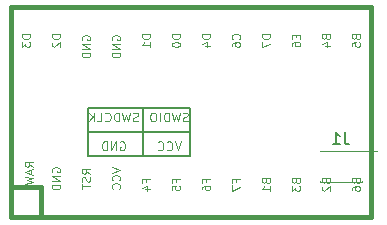
<source format=gbr>
G04 #@! TF.GenerationSoftware,KiCad,Pcbnew,(5.0.0)*
G04 #@! TF.CreationDate,2019-04-09T17:12:50-06:00*
G04 #@! TF.ProjectId,NRF52832 Base,4E5246353238333220426173652E6B69,rev?*
G04 #@! TF.SameCoordinates,Original*
G04 #@! TF.FileFunction,Legend,Bot*
G04 #@! TF.FilePolarity,Positive*
%FSLAX46Y46*%
G04 Gerber Fmt 4.6, Leading zero omitted, Abs format (unit mm)*
G04 Created by KiCad (PCBNEW (5.0.0)) date 04/09/19 17:12:50*
%MOMM*%
%LPD*%
G01*
G04 APERTURE LIST*
%ADD10C,0.200000*%
%ADD11C,0.100000*%
%ADD12C,0.381000*%
%ADD13C,0.120000*%
%ADD14C,0.150000*%
G04 APERTURE END LIST*
D10*
X118237000Y-91186000D02*
X126873000Y-91186000D01*
X126873000Y-93218000D02*
X122301000Y-93218000D01*
X126873000Y-89154000D02*
X126873000Y-93218000D01*
X118237000Y-89154000D02*
X126873000Y-89154000D01*
X118237000Y-93218000D02*
X118237000Y-89154000D01*
X122301000Y-93218000D02*
X118237000Y-93218000D01*
X122936000Y-89154000D02*
X122936000Y-93218000D01*
D11*
X126684285Y-90264571D02*
X126577142Y-90300285D01*
X126398571Y-90300285D01*
X126327142Y-90264571D01*
X126291428Y-90228857D01*
X126255714Y-90157428D01*
X126255714Y-90086000D01*
X126291428Y-90014571D01*
X126327142Y-89978857D01*
X126398571Y-89943142D01*
X126541428Y-89907428D01*
X126612857Y-89871714D01*
X126648571Y-89836000D01*
X126684285Y-89764571D01*
X126684285Y-89693142D01*
X126648571Y-89621714D01*
X126612857Y-89586000D01*
X126541428Y-89550285D01*
X126362857Y-89550285D01*
X126255714Y-89586000D01*
X126005714Y-89550285D02*
X125827142Y-90300285D01*
X125684285Y-89764571D01*
X125541428Y-90300285D01*
X125362857Y-89550285D01*
X125077142Y-90300285D02*
X125077142Y-89550285D01*
X124898571Y-89550285D01*
X124791428Y-89586000D01*
X124720000Y-89657428D01*
X124684285Y-89728857D01*
X124648571Y-89871714D01*
X124648571Y-89978857D01*
X124684285Y-90121714D01*
X124720000Y-90193142D01*
X124791428Y-90264571D01*
X124898571Y-90300285D01*
X125077142Y-90300285D01*
X124327142Y-90300285D02*
X124327142Y-89550285D01*
X123827142Y-89550285D02*
X123684285Y-89550285D01*
X123612857Y-89586000D01*
X123541428Y-89657428D01*
X123505714Y-89800285D01*
X123505714Y-90050285D01*
X123541428Y-90193142D01*
X123612857Y-90264571D01*
X123684285Y-90300285D01*
X123827142Y-90300285D01*
X123898571Y-90264571D01*
X123970000Y-90193142D01*
X124005714Y-90050285D01*
X124005714Y-89800285D01*
X123970000Y-89657428D01*
X123898571Y-89586000D01*
X123827142Y-89550285D01*
X126095000Y-92000285D02*
X125845000Y-92750285D01*
X125595000Y-92000285D01*
X124916428Y-92678857D02*
X124952142Y-92714571D01*
X125059285Y-92750285D01*
X125130714Y-92750285D01*
X125237857Y-92714571D01*
X125309285Y-92643142D01*
X125345000Y-92571714D01*
X125380714Y-92428857D01*
X125380714Y-92321714D01*
X125345000Y-92178857D01*
X125309285Y-92107428D01*
X125237857Y-92036000D01*
X125130714Y-92000285D01*
X125059285Y-92000285D01*
X124952142Y-92036000D01*
X124916428Y-92071714D01*
X124166428Y-92678857D02*
X124202142Y-92714571D01*
X124309285Y-92750285D01*
X124380714Y-92750285D01*
X124487857Y-92714571D01*
X124559285Y-92643142D01*
X124595000Y-92571714D01*
X124630714Y-92428857D01*
X124630714Y-92321714D01*
X124595000Y-92178857D01*
X124559285Y-92107428D01*
X124487857Y-92036000D01*
X124380714Y-92000285D01*
X124309285Y-92000285D01*
X124202142Y-92036000D01*
X124166428Y-92071714D01*
X122467428Y-90264571D02*
X122360285Y-90300285D01*
X122181714Y-90300285D01*
X122110285Y-90264571D01*
X122074571Y-90228857D01*
X122038857Y-90157428D01*
X122038857Y-90086000D01*
X122074571Y-90014571D01*
X122110285Y-89978857D01*
X122181714Y-89943142D01*
X122324571Y-89907428D01*
X122396000Y-89871714D01*
X122431714Y-89836000D01*
X122467428Y-89764571D01*
X122467428Y-89693142D01*
X122431714Y-89621714D01*
X122396000Y-89586000D01*
X122324571Y-89550285D01*
X122146000Y-89550285D01*
X122038857Y-89586000D01*
X121788857Y-89550285D02*
X121610285Y-90300285D01*
X121467428Y-89764571D01*
X121324571Y-90300285D01*
X121146000Y-89550285D01*
X120860285Y-90300285D02*
X120860285Y-89550285D01*
X120681714Y-89550285D01*
X120574571Y-89586000D01*
X120503142Y-89657428D01*
X120467428Y-89728857D01*
X120431714Y-89871714D01*
X120431714Y-89978857D01*
X120467428Y-90121714D01*
X120503142Y-90193142D01*
X120574571Y-90264571D01*
X120681714Y-90300285D01*
X120860285Y-90300285D01*
X119681714Y-90228857D02*
X119717428Y-90264571D01*
X119824571Y-90300285D01*
X119896000Y-90300285D01*
X120003142Y-90264571D01*
X120074571Y-90193142D01*
X120110285Y-90121714D01*
X120146000Y-89978857D01*
X120146000Y-89871714D01*
X120110285Y-89728857D01*
X120074571Y-89657428D01*
X120003142Y-89586000D01*
X119896000Y-89550285D01*
X119824571Y-89550285D01*
X119717428Y-89586000D01*
X119681714Y-89621714D01*
X119003142Y-90300285D02*
X119360285Y-90300285D01*
X119360285Y-89550285D01*
X118753142Y-90300285D02*
X118753142Y-89550285D01*
X118324571Y-90300285D02*
X118646000Y-89871714D01*
X118324571Y-89550285D02*
X118753142Y-89978857D01*
X120967428Y-92036000D02*
X121038857Y-92000285D01*
X121146000Y-92000285D01*
X121253142Y-92036000D01*
X121324571Y-92107428D01*
X121360285Y-92178857D01*
X121396000Y-92321714D01*
X121396000Y-92428857D01*
X121360285Y-92571714D01*
X121324571Y-92643142D01*
X121253142Y-92714571D01*
X121146000Y-92750285D01*
X121074571Y-92750285D01*
X120967428Y-92714571D01*
X120931714Y-92678857D01*
X120931714Y-92428857D01*
X121074571Y-92428857D01*
X120610285Y-92750285D02*
X120610285Y-92000285D01*
X120181714Y-92750285D01*
X120181714Y-92000285D01*
X119824571Y-92750285D02*
X119824571Y-92000285D01*
X119646000Y-92000285D01*
X119538857Y-92036000D01*
X119467428Y-92107428D01*
X119431714Y-92178857D01*
X119396000Y-92321714D01*
X119396000Y-92428857D01*
X119431714Y-92571714D01*
X119467428Y-92643142D01*
X119538857Y-92714571D01*
X119646000Y-92750285D01*
X119824571Y-92750285D01*
D12*
G04 #@! TO.C,U2*
X114300000Y-95885000D02*
X114300000Y-98425000D01*
X111760000Y-95885000D02*
X114300000Y-95885000D01*
X142240000Y-80645000D02*
X111760000Y-80645000D01*
X142240000Y-98425000D02*
X142240000Y-80645000D01*
X111760000Y-98425000D02*
X142240000Y-98425000D01*
X111760000Y-80645000D02*
X111760000Y-98425000D01*
D13*
G04 #@! TO.C,J1*
X141401500Y-92777000D02*
X137871500Y-92777000D01*
X141401500Y-95437000D02*
X137871500Y-95437000D01*
X142726500Y-92842000D02*
X141401500Y-92842000D01*
X141401500Y-92777000D02*
X141401500Y-92842000D01*
X137871500Y-92777000D02*
X137871500Y-92842000D01*
X141401500Y-95372000D02*
X141401500Y-95437000D01*
X137871500Y-95372000D02*
X137871500Y-95437000D01*
G04 #@! TO.C,U2*
D11*
X113600666Y-94131666D02*
X113267333Y-93898333D01*
X113600666Y-93731666D02*
X112900666Y-93731666D01*
X112900666Y-93998333D01*
X112934000Y-94065000D01*
X112967333Y-94098333D01*
X113034000Y-94131666D01*
X113134000Y-94131666D01*
X113200666Y-94098333D01*
X113234000Y-94065000D01*
X113267333Y-93998333D01*
X113267333Y-93731666D01*
X113400666Y-94398333D02*
X113400666Y-94731666D01*
X113600666Y-94331666D02*
X112900666Y-94565000D01*
X113600666Y-94798333D01*
X112900666Y-94965000D02*
X113600666Y-95131666D01*
X113100666Y-95265000D01*
X113600666Y-95398333D01*
X112900666Y-95565000D01*
X115220000Y-94589666D02*
X115186666Y-94523000D01*
X115186666Y-94423000D01*
X115220000Y-94323000D01*
X115286666Y-94256333D01*
X115353333Y-94223000D01*
X115486666Y-94189666D01*
X115586666Y-94189666D01*
X115720000Y-94223000D01*
X115786666Y-94256333D01*
X115853333Y-94323000D01*
X115886666Y-94423000D01*
X115886666Y-94489666D01*
X115853333Y-94589666D01*
X115820000Y-94623000D01*
X115586666Y-94623000D01*
X115586666Y-94489666D01*
X115886666Y-94923000D02*
X115186666Y-94923000D01*
X115886666Y-95323000D01*
X115186666Y-95323000D01*
X115886666Y-95656333D02*
X115186666Y-95656333D01*
X115186666Y-95823000D01*
X115220000Y-95923000D01*
X115286666Y-95989666D01*
X115353333Y-96023000D01*
X115486666Y-96056333D01*
X115586666Y-96056333D01*
X115720000Y-96023000D01*
X115786666Y-95989666D01*
X115853333Y-95923000D01*
X115886666Y-95823000D01*
X115886666Y-95656333D01*
X118426666Y-94739666D02*
X118093333Y-94506333D01*
X118426666Y-94339666D02*
X117726666Y-94339666D01*
X117726666Y-94606333D01*
X117760000Y-94673000D01*
X117793333Y-94706333D01*
X117860000Y-94739666D01*
X117960000Y-94739666D01*
X118026666Y-94706333D01*
X118060000Y-94673000D01*
X118093333Y-94606333D01*
X118093333Y-94339666D01*
X118393333Y-95006333D02*
X118426666Y-95106333D01*
X118426666Y-95273000D01*
X118393333Y-95339666D01*
X118360000Y-95373000D01*
X118293333Y-95406333D01*
X118226666Y-95406333D01*
X118160000Y-95373000D01*
X118126666Y-95339666D01*
X118093333Y-95273000D01*
X118060000Y-95139666D01*
X118026666Y-95073000D01*
X117993333Y-95039666D01*
X117926666Y-95006333D01*
X117860000Y-95006333D01*
X117793333Y-95039666D01*
X117760000Y-95073000D01*
X117726666Y-95139666D01*
X117726666Y-95306333D01*
X117760000Y-95406333D01*
X117726666Y-95606333D02*
X117726666Y-96006333D01*
X118426666Y-95806333D02*
X117726666Y-95806333D01*
X120266666Y-94189666D02*
X120966666Y-94423000D01*
X120266666Y-94656333D01*
X120900000Y-95289666D02*
X120933333Y-95256333D01*
X120966666Y-95156333D01*
X120966666Y-95089666D01*
X120933333Y-94989666D01*
X120866666Y-94923000D01*
X120800000Y-94889666D01*
X120666666Y-94856333D01*
X120566666Y-94856333D01*
X120433333Y-94889666D01*
X120366666Y-94923000D01*
X120300000Y-94989666D01*
X120266666Y-95089666D01*
X120266666Y-95156333D01*
X120300000Y-95256333D01*
X120333333Y-95289666D01*
X120900000Y-95989666D02*
X120933333Y-95956333D01*
X120966666Y-95856333D01*
X120966666Y-95789666D01*
X120933333Y-95689666D01*
X120866666Y-95623000D01*
X120800000Y-95589666D01*
X120666666Y-95556333D01*
X120566666Y-95556333D01*
X120433333Y-95589666D01*
X120366666Y-95623000D01*
X120300000Y-95689666D01*
X120266666Y-95789666D01*
X120266666Y-95856333D01*
X120300000Y-95956333D01*
X120333333Y-95989666D01*
X123140000Y-95397666D02*
X123140000Y-95164333D01*
X123506666Y-95164333D02*
X122806666Y-95164333D01*
X122806666Y-95497666D01*
X123040000Y-96064333D02*
X123506666Y-96064333D01*
X122773333Y-95897666D02*
X123273333Y-95731000D01*
X123273333Y-96164333D01*
X125680000Y-95397666D02*
X125680000Y-95164333D01*
X126046666Y-95164333D02*
X125346666Y-95164333D01*
X125346666Y-95497666D01*
X125346666Y-96097666D02*
X125346666Y-95764333D01*
X125680000Y-95731000D01*
X125646666Y-95764333D01*
X125613333Y-95831000D01*
X125613333Y-95997666D01*
X125646666Y-96064333D01*
X125680000Y-96097666D01*
X125746666Y-96131000D01*
X125913333Y-96131000D01*
X125980000Y-96097666D01*
X126013333Y-96064333D01*
X126046666Y-95997666D01*
X126046666Y-95831000D01*
X126013333Y-95764333D01*
X125980000Y-95731000D01*
X130760000Y-95397666D02*
X130760000Y-95164333D01*
X131126666Y-95164333D02*
X130426666Y-95164333D01*
X130426666Y-95497666D01*
X130426666Y-95697666D02*
X130426666Y-96164333D01*
X131126666Y-95864333D01*
X128220000Y-95397666D02*
X128220000Y-95164333D01*
X128586666Y-95164333D02*
X127886666Y-95164333D01*
X127886666Y-95497666D01*
X127886666Y-96064333D02*
X127886666Y-95931000D01*
X127920000Y-95864333D01*
X127953333Y-95831000D01*
X128053333Y-95764333D01*
X128186666Y-95731000D01*
X128453333Y-95731000D01*
X128520000Y-95764333D01*
X128553333Y-95797666D01*
X128586666Y-95864333D01*
X128586666Y-95997666D01*
X128553333Y-96064333D01*
X128520000Y-96097666D01*
X128453333Y-96131000D01*
X128286666Y-96131000D01*
X128220000Y-96097666D01*
X128186666Y-96064333D01*
X128153333Y-95997666D01*
X128153333Y-95864333D01*
X128186666Y-95797666D01*
X128220000Y-95764333D01*
X128286666Y-95731000D01*
X133300000Y-95347666D02*
X133333333Y-95447666D01*
X133366666Y-95481000D01*
X133433333Y-95514333D01*
X133533333Y-95514333D01*
X133600000Y-95481000D01*
X133633333Y-95447666D01*
X133666666Y-95381000D01*
X133666666Y-95114333D01*
X132966666Y-95114333D01*
X132966666Y-95347666D01*
X133000000Y-95414333D01*
X133033333Y-95447666D01*
X133100000Y-95481000D01*
X133166666Y-95481000D01*
X133233333Y-95447666D01*
X133266666Y-95414333D01*
X133300000Y-95347666D01*
X133300000Y-95114333D01*
X133666666Y-96181000D02*
X133666666Y-95781000D01*
X133666666Y-95981000D02*
X132966666Y-95981000D01*
X133066666Y-95914333D01*
X133133333Y-95847666D01*
X133166666Y-95781000D01*
X135840000Y-95347666D02*
X135873333Y-95447666D01*
X135906666Y-95481000D01*
X135973333Y-95514333D01*
X136073333Y-95514333D01*
X136140000Y-95481000D01*
X136173333Y-95447666D01*
X136206666Y-95381000D01*
X136206666Y-95114333D01*
X135506666Y-95114333D01*
X135506666Y-95347666D01*
X135540000Y-95414333D01*
X135573333Y-95447666D01*
X135640000Y-95481000D01*
X135706666Y-95481000D01*
X135773333Y-95447666D01*
X135806666Y-95414333D01*
X135840000Y-95347666D01*
X135840000Y-95114333D01*
X135506666Y-95747666D02*
X135506666Y-96181000D01*
X135773333Y-95947666D01*
X135773333Y-96047666D01*
X135806666Y-96114333D01*
X135840000Y-96147666D01*
X135906666Y-96181000D01*
X136073333Y-96181000D01*
X136140000Y-96147666D01*
X136173333Y-96114333D01*
X136206666Y-96047666D01*
X136206666Y-95847666D01*
X136173333Y-95781000D01*
X136140000Y-95747666D01*
X138380000Y-95347666D02*
X138413333Y-95447666D01*
X138446666Y-95481000D01*
X138513333Y-95514333D01*
X138613333Y-95514333D01*
X138680000Y-95481000D01*
X138713333Y-95447666D01*
X138746666Y-95381000D01*
X138746666Y-95114333D01*
X138046666Y-95114333D01*
X138046666Y-95347666D01*
X138080000Y-95414333D01*
X138113333Y-95447666D01*
X138180000Y-95481000D01*
X138246666Y-95481000D01*
X138313333Y-95447666D01*
X138346666Y-95414333D01*
X138380000Y-95347666D01*
X138380000Y-95114333D01*
X138113333Y-95781000D02*
X138080000Y-95814333D01*
X138046666Y-95881000D01*
X138046666Y-96047666D01*
X138080000Y-96114333D01*
X138113333Y-96147666D01*
X138180000Y-96181000D01*
X138246666Y-96181000D01*
X138346666Y-96147666D01*
X138746666Y-95747666D01*
X138746666Y-96181000D01*
X140920000Y-95347666D02*
X140953333Y-95447666D01*
X140986666Y-95481000D01*
X141053333Y-95514333D01*
X141153333Y-95514333D01*
X141220000Y-95481000D01*
X141253333Y-95447666D01*
X141286666Y-95381000D01*
X141286666Y-95114333D01*
X140586666Y-95114333D01*
X140586666Y-95347666D01*
X140620000Y-95414333D01*
X140653333Y-95447666D01*
X140720000Y-95481000D01*
X140786666Y-95481000D01*
X140853333Y-95447666D01*
X140886666Y-95414333D01*
X140920000Y-95347666D01*
X140920000Y-95114333D01*
X140586666Y-96114333D02*
X140586666Y-95981000D01*
X140620000Y-95914333D01*
X140653333Y-95881000D01*
X140753333Y-95814333D01*
X140886666Y-95781000D01*
X141153333Y-95781000D01*
X141220000Y-95814333D01*
X141253333Y-95847666D01*
X141286666Y-95914333D01*
X141286666Y-96047666D01*
X141253333Y-96114333D01*
X141220000Y-96147666D01*
X141153333Y-96181000D01*
X140986666Y-96181000D01*
X140920000Y-96147666D01*
X140886666Y-96114333D01*
X140853333Y-96047666D01*
X140853333Y-95914333D01*
X140886666Y-95847666D01*
X140920000Y-95814333D01*
X140986666Y-95781000D01*
X113346666Y-82922333D02*
X112646666Y-82922333D01*
X112646666Y-83089000D01*
X112680000Y-83189000D01*
X112746666Y-83255666D01*
X112813333Y-83289000D01*
X112946666Y-83322333D01*
X113046666Y-83322333D01*
X113180000Y-83289000D01*
X113246666Y-83255666D01*
X113313333Y-83189000D01*
X113346666Y-83089000D01*
X113346666Y-82922333D01*
X112646666Y-83555666D02*
X112646666Y-83989000D01*
X112913333Y-83755666D01*
X112913333Y-83855666D01*
X112946666Y-83922333D01*
X112980000Y-83955666D01*
X113046666Y-83989000D01*
X113213333Y-83989000D01*
X113280000Y-83955666D01*
X113313333Y-83922333D01*
X113346666Y-83855666D01*
X113346666Y-83655666D01*
X113313333Y-83589000D01*
X113280000Y-83555666D01*
X115886666Y-82922333D02*
X115186666Y-82922333D01*
X115186666Y-83089000D01*
X115220000Y-83189000D01*
X115286666Y-83255666D01*
X115353333Y-83289000D01*
X115486666Y-83322333D01*
X115586666Y-83322333D01*
X115720000Y-83289000D01*
X115786666Y-83255666D01*
X115853333Y-83189000D01*
X115886666Y-83089000D01*
X115886666Y-82922333D01*
X115253333Y-83589000D02*
X115220000Y-83622333D01*
X115186666Y-83689000D01*
X115186666Y-83855666D01*
X115220000Y-83922333D01*
X115253333Y-83955666D01*
X115320000Y-83989000D01*
X115386666Y-83989000D01*
X115486666Y-83955666D01*
X115886666Y-83555666D01*
X115886666Y-83989000D01*
X117760000Y-83413666D02*
X117726666Y-83347000D01*
X117726666Y-83247000D01*
X117760000Y-83147000D01*
X117826666Y-83080333D01*
X117893333Y-83047000D01*
X118026666Y-83013666D01*
X118126666Y-83013666D01*
X118260000Y-83047000D01*
X118326666Y-83080333D01*
X118393333Y-83147000D01*
X118426666Y-83247000D01*
X118426666Y-83313666D01*
X118393333Y-83413666D01*
X118360000Y-83447000D01*
X118126666Y-83447000D01*
X118126666Y-83313666D01*
X118426666Y-83747000D02*
X117726666Y-83747000D01*
X118426666Y-84147000D01*
X117726666Y-84147000D01*
X118426666Y-84480333D02*
X117726666Y-84480333D01*
X117726666Y-84647000D01*
X117760000Y-84747000D01*
X117826666Y-84813666D01*
X117893333Y-84847000D01*
X118026666Y-84880333D01*
X118126666Y-84880333D01*
X118260000Y-84847000D01*
X118326666Y-84813666D01*
X118393333Y-84747000D01*
X118426666Y-84647000D01*
X118426666Y-84480333D01*
X120300000Y-83413666D02*
X120266666Y-83347000D01*
X120266666Y-83247000D01*
X120300000Y-83147000D01*
X120366666Y-83080333D01*
X120433333Y-83047000D01*
X120566666Y-83013666D01*
X120666666Y-83013666D01*
X120800000Y-83047000D01*
X120866666Y-83080333D01*
X120933333Y-83147000D01*
X120966666Y-83247000D01*
X120966666Y-83313666D01*
X120933333Y-83413666D01*
X120900000Y-83447000D01*
X120666666Y-83447000D01*
X120666666Y-83313666D01*
X120966666Y-83747000D02*
X120266666Y-83747000D01*
X120966666Y-84147000D01*
X120266666Y-84147000D01*
X120966666Y-84480333D02*
X120266666Y-84480333D01*
X120266666Y-84647000D01*
X120300000Y-84747000D01*
X120366666Y-84813666D01*
X120433333Y-84847000D01*
X120566666Y-84880333D01*
X120666666Y-84880333D01*
X120800000Y-84847000D01*
X120866666Y-84813666D01*
X120933333Y-84747000D01*
X120966666Y-84647000D01*
X120966666Y-84480333D01*
X123506666Y-82922333D02*
X122806666Y-82922333D01*
X122806666Y-83089000D01*
X122840000Y-83189000D01*
X122906666Y-83255666D01*
X122973333Y-83289000D01*
X123106666Y-83322333D01*
X123206666Y-83322333D01*
X123340000Y-83289000D01*
X123406666Y-83255666D01*
X123473333Y-83189000D01*
X123506666Y-83089000D01*
X123506666Y-82922333D01*
X123506666Y-83989000D02*
X123506666Y-83589000D01*
X123506666Y-83789000D02*
X122806666Y-83789000D01*
X122906666Y-83722333D01*
X122973333Y-83655666D01*
X123006666Y-83589000D01*
X126046666Y-82922333D02*
X125346666Y-82922333D01*
X125346666Y-83089000D01*
X125380000Y-83189000D01*
X125446666Y-83255666D01*
X125513333Y-83289000D01*
X125646666Y-83322333D01*
X125746666Y-83322333D01*
X125880000Y-83289000D01*
X125946666Y-83255666D01*
X126013333Y-83189000D01*
X126046666Y-83089000D01*
X126046666Y-82922333D01*
X125346666Y-83755666D02*
X125346666Y-83822333D01*
X125380000Y-83889000D01*
X125413333Y-83922333D01*
X125480000Y-83955666D01*
X125613333Y-83989000D01*
X125780000Y-83989000D01*
X125913333Y-83955666D01*
X125980000Y-83922333D01*
X126013333Y-83889000D01*
X126046666Y-83822333D01*
X126046666Y-83755666D01*
X126013333Y-83689000D01*
X125980000Y-83655666D01*
X125913333Y-83622333D01*
X125780000Y-83589000D01*
X125613333Y-83589000D01*
X125480000Y-83622333D01*
X125413333Y-83655666D01*
X125380000Y-83689000D01*
X125346666Y-83755666D01*
X128586666Y-82922333D02*
X127886666Y-82922333D01*
X127886666Y-83089000D01*
X127920000Y-83189000D01*
X127986666Y-83255666D01*
X128053333Y-83289000D01*
X128186666Y-83322333D01*
X128286666Y-83322333D01*
X128420000Y-83289000D01*
X128486666Y-83255666D01*
X128553333Y-83189000D01*
X128586666Y-83089000D01*
X128586666Y-82922333D01*
X128120000Y-83922333D02*
X128586666Y-83922333D01*
X127853333Y-83755666D02*
X128353333Y-83589000D01*
X128353333Y-84022333D01*
X131060000Y-83322333D02*
X131093333Y-83289000D01*
X131126666Y-83189000D01*
X131126666Y-83122333D01*
X131093333Y-83022333D01*
X131026666Y-82955666D01*
X130960000Y-82922333D01*
X130826666Y-82889000D01*
X130726666Y-82889000D01*
X130593333Y-82922333D01*
X130526666Y-82955666D01*
X130460000Y-83022333D01*
X130426666Y-83122333D01*
X130426666Y-83189000D01*
X130460000Y-83289000D01*
X130493333Y-83322333D01*
X130426666Y-83922333D02*
X130426666Y-83789000D01*
X130460000Y-83722333D01*
X130493333Y-83689000D01*
X130593333Y-83622333D01*
X130726666Y-83589000D01*
X130993333Y-83589000D01*
X131060000Y-83622333D01*
X131093333Y-83655666D01*
X131126666Y-83722333D01*
X131126666Y-83855666D01*
X131093333Y-83922333D01*
X131060000Y-83955666D01*
X130993333Y-83989000D01*
X130826666Y-83989000D01*
X130760000Y-83955666D01*
X130726666Y-83922333D01*
X130693333Y-83855666D01*
X130693333Y-83722333D01*
X130726666Y-83655666D01*
X130760000Y-83622333D01*
X130826666Y-83589000D01*
X133666666Y-82922333D02*
X132966666Y-82922333D01*
X132966666Y-83089000D01*
X133000000Y-83189000D01*
X133066666Y-83255666D01*
X133133333Y-83289000D01*
X133266666Y-83322333D01*
X133366666Y-83322333D01*
X133500000Y-83289000D01*
X133566666Y-83255666D01*
X133633333Y-83189000D01*
X133666666Y-83089000D01*
X133666666Y-82922333D01*
X132966666Y-83555666D02*
X132966666Y-84022333D01*
X133666666Y-83722333D01*
X135840000Y-82955666D02*
X135840000Y-83189000D01*
X136206666Y-83289000D02*
X136206666Y-82955666D01*
X135506666Y-82955666D01*
X135506666Y-83289000D01*
X135506666Y-83889000D02*
X135506666Y-83755666D01*
X135540000Y-83689000D01*
X135573333Y-83655666D01*
X135673333Y-83589000D01*
X135806666Y-83555666D01*
X136073333Y-83555666D01*
X136140000Y-83589000D01*
X136173333Y-83622333D01*
X136206666Y-83689000D01*
X136206666Y-83822333D01*
X136173333Y-83889000D01*
X136140000Y-83922333D01*
X136073333Y-83955666D01*
X135906666Y-83955666D01*
X135840000Y-83922333D01*
X135806666Y-83889000D01*
X135773333Y-83822333D01*
X135773333Y-83689000D01*
X135806666Y-83622333D01*
X135840000Y-83589000D01*
X135906666Y-83555666D01*
X138380000Y-83155666D02*
X138413333Y-83255666D01*
X138446666Y-83289000D01*
X138513333Y-83322333D01*
X138613333Y-83322333D01*
X138680000Y-83289000D01*
X138713333Y-83255666D01*
X138746666Y-83189000D01*
X138746666Y-82922333D01*
X138046666Y-82922333D01*
X138046666Y-83155666D01*
X138080000Y-83222333D01*
X138113333Y-83255666D01*
X138180000Y-83289000D01*
X138246666Y-83289000D01*
X138313333Y-83255666D01*
X138346666Y-83222333D01*
X138380000Y-83155666D01*
X138380000Y-82922333D01*
X138280000Y-83922333D02*
X138746666Y-83922333D01*
X138013333Y-83755666D02*
X138513333Y-83589000D01*
X138513333Y-84022333D01*
X140920000Y-83155666D02*
X140953333Y-83255666D01*
X140986666Y-83289000D01*
X141053333Y-83322333D01*
X141153333Y-83322333D01*
X141220000Y-83289000D01*
X141253333Y-83255666D01*
X141286666Y-83189000D01*
X141286666Y-82922333D01*
X140586666Y-82922333D01*
X140586666Y-83155666D01*
X140620000Y-83222333D01*
X140653333Y-83255666D01*
X140720000Y-83289000D01*
X140786666Y-83289000D01*
X140853333Y-83255666D01*
X140886666Y-83222333D01*
X140920000Y-83155666D01*
X140920000Y-82922333D01*
X140586666Y-83955666D02*
X140586666Y-83622333D01*
X140920000Y-83589000D01*
X140886666Y-83622333D01*
X140853333Y-83689000D01*
X140853333Y-83855666D01*
X140886666Y-83922333D01*
X140920000Y-83955666D01*
X140986666Y-83989000D01*
X141153333Y-83989000D01*
X141220000Y-83955666D01*
X141253333Y-83922333D01*
X141286666Y-83855666D01*
X141286666Y-83689000D01*
X141253333Y-83622333D01*
X141220000Y-83589000D01*
G04 #@! TO.C,J1*
D14*
X139969833Y-91229380D02*
X139969833Y-91943666D01*
X140017452Y-92086523D01*
X140112690Y-92181761D01*
X140255547Y-92229380D01*
X140350785Y-92229380D01*
X138969833Y-92229380D02*
X139541261Y-92229380D01*
X139255547Y-92229380D02*
X139255547Y-91229380D01*
X139350785Y-91372238D01*
X139446023Y-91467476D01*
X139541261Y-91515095D01*
G04 #@! TD*
M02*

</source>
